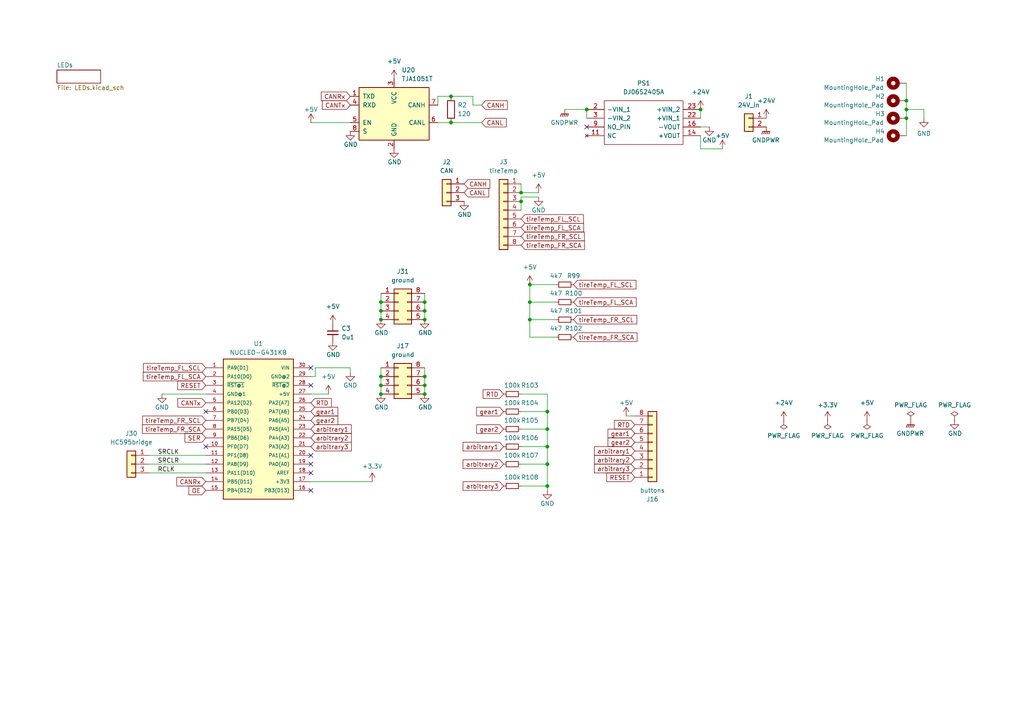
<source format=kicad_sch>
(kicad_sch (version 20230121) (generator eeschema)
  (paper "A4")
  (title_block (title "EP5 dashboard bottom board") (date "2024-01-01") (rev "1") (company "NTURacing") (comment 1 "郭哲明") (comment 2 "electrical group"))
  (lib_symbols
    (symbol "Connector_Generic:Conn_01x02" (pin_names (offset 1.016) hide)
      (property "Reference" "J" (at 0 2.54 0))
      (property "Value" "Conn_01x02" (at 0 -5.08 0))
      (symbol "Conn_01x02_1_1"
        (rectangle (start -1.27 -2.413) (end 0 -2.667) (stroke (width 0.1524)))
        (rectangle (start -1.27 0.127) (end 0 -0.127) (stroke (width 0.1524)))
        (rectangle (start -1.27 1.27) (end 1.27 -3.81) (stroke (width 0.254)) (fill (type background)))
        (pin passive line (at -5.08 0 0) (length 3.81) (name "Pin_1") (number "1"))
        (pin passive line (at -5.08 -2.54 0) (length 3.81) (name "Pin_2") (number "2"))
      )
    )
    (symbol "Connector_Generic:Conn_01x03" (pin_names (offset 1.016) hide)
      (property "Reference" "J" (at 0 5.08 0))
      (property "Value" "Conn_01x03" (at 0 -5.08 0))
      (symbol "Conn_01x03_1_1"
        (rectangle (start -1.27 -2.413) (end 0 -2.667) (stroke (width 0.1524)))
        (rectangle (start -1.27 0.127) (end 0 -0.127) (stroke (width 0.1524)))
        (rectangle (start -1.27 2.667) (end 0 2.413) (stroke (width 0.1524)))
        (rectangle (start -1.27 3.81) (end 1.27 -3.81) (stroke (width 0.254)) (fill (type background)))
        (pin passive line (at -5.08 2.54 0) (length 3.81) (name "Pin_1") (number "1"))
        (pin passive line (at -5.08 0 0) (length 3.81) (name "Pin_2") (number "2"))
        (pin passive line (at -5.08 -2.54 0) (length 3.81) (name "Pin_3") (number "3"))
      )
    )
    (symbol "Connector_Generic:Conn_01x08" (pin_names (offset 1.016) hide)
      (property "Reference" "J" (at 0 10.16 0))
      (property "Value" "Conn_01x08" (at 0 -12.7 0))
      (symbol "Conn_01x08_1_1"
        (rectangle (start -1.27 -10.033) (end 0 -10.287) (stroke (width 0.1524)))
        (rectangle (start -1.27 -7.493) (end 0 -7.747) (stroke (width 0.1524)))
        (rectangle (start -1.27 -4.953) (end 0 -5.207) (stroke (width 0.1524)))
        (rectangle (start -1.27 -2.413) (end 0 -2.667) (stroke (width 0.1524)))
        (rectangle (start -1.27 0.127) (end 0 -0.127) (stroke (width 0.1524)))
        (rectangle (start -1.27 2.667) (end 0 2.413) (stroke (width 0.1524)))
        (rectangle (start -1.27 5.207) (end 0 4.953) (stroke (width 0.1524)))
        (rectangle (start -1.27 7.747) (end 0 7.493) (stroke (width 0.1524)))
        (rectangle (start -1.27 8.89) (end 1.27 -11.43) (stroke (width 0.254)) (fill (type background)))
        (pin passive line (at -5.08 7.62 0) (length 3.81) (name "Pin_1") (number "1"))
        (pin passive line (at -5.08 5.08 0) (length 3.81) (name "Pin_2") (number "2"))
        (pin passive line (at -5.08 2.54 0) (length 3.81) (name "Pin_3") (number "3"))
        (pin passive line (at -5.08 0 0) (length 3.81) (name "Pin_4") (number "4"))
        (pin passive line (at -5.08 -2.54 0) (length 3.81) (name "Pin_5") (number "5"))
        (pin passive line (at -5.08 -5.08 0) (length 3.81) (name "Pin_6") (number "6"))
        (pin passive line (at -5.08 -7.62 0) (length 3.81) (name "Pin_7") (number "7"))
        (pin passive line (at -5.08 -10.16 0) (length 3.81) (name "Pin_8") (number "8"))
      )
    )
    (symbol "Connector_Generic:Conn_02x04_Counter_Clockwise" (pin_names (offset 1.016) hide)
      (property "Reference" "J" (at 1.27 5.08 0))
      (property "Value" "Conn_02x04_Counter_Clockwise" (at 1.27 -7.62 0))
      (symbol "Conn_02x04_Counter_Clockwise_1_1"
        (rectangle (start -1.27 -4.953) (end 0 -5.207) (stroke (width 0.1524)))
        (rectangle (start -1.27 -2.413) (end 0 -2.667) (stroke (width 0.1524)))
        (rectangle (start -1.27 0.127) (end 0 -0.127) (stroke (width 0.1524)))
        (rectangle (start -1.27 2.667) (end 0 2.413) (stroke (width 0.1524)))
        (rectangle (start -1.27 3.81) (end 3.81 -6.35) (stroke (width 0.254)) (fill (type background)))
        (rectangle (start 3.81 -4.953) (end 2.54 -5.207) (stroke (width 0.1524)))
        (rectangle (start 3.81 -2.413) (end 2.54 -2.667) (stroke (width 0.1524)))
        (rectangle (start 3.81 0.127) (end 2.54 -0.127) (stroke (width 0.1524)))
        (rectangle (start 3.81 2.667) (end 2.54 2.413) (stroke (width 0.1524)))
        (pin passive line (at -5.08 2.54 0) (length 3.81) (name "Pin_1") (number "1"))
        (pin passive line (at -5.08 0 0) (length 3.81) (name "Pin_2") (number "2"))
        (pin passive line (at -5.08 -2.54 0) (length 3.81) (name "Pin_3") (number "3"))
        (pin passive line (at -5.08 -5.08 0) (length 3.81) (name "Pin_4") (number "4"))
        (pin passive line (at 7.62 -5.08 180) (length 3.81) (name "Pin_5") (number "5"))
        (pin passive line (at 7.62 -2.54 180) (length 3.81) (name "Pin_6") (number "6"))
        (pin passive line (at 7.62 0 180) (length 3.81) (name "Pin_7") (number "7"))
        (pin passive line (at 7.62 2.54 180) (length 3.81) (name "Pin_8") (number "8"))
      )
    )
    (symbol "Device:C_Small" (pin_numbers hide) (pin_names (offset 0.254) hide)
      (property "Reference" "C" (at 0.254 1.778 0))
      (property "Value" "C_Small" (at 0.254 -2.032 0))
      (symbol "C_Small_0_1"
        (polyline (pts (xy -1.524 -0.508) (xy 1.524 -0.508)) (stroke (width 0.3302)))
        (polyline (pts (xy -1.524 0.508) (xy 1.524 0.508)) (stroke (width 0.3048)))
      )
      (symbol "C_Small_1_1"
        (pin passive line (at 0 2.54 270) (length 2.032) (name "~") (number "1"))
        (pin passive line (at 0 -2.54 90) (length 2.032) (name "~") (number "2"))
      )
    )
    (symbol "Device:R" (pin_numbers hide) (pin_names (offset 0))
      (property "Reference" "R" (at 2.032 0 90))
      (property "Value" "R" (at 0 0 90))
      (symbol "R_0_1"
        (rectangle (start -1.016 -2.54) (end 1.016 2.54) (stroke (width 0.254)))
      )
      (symbol "R_1_1"
        (pin passive line (at 0 3.81 270) (length 1.27) (name "~") (number "1"))
        (pin passive line (at 0 -3.81 90) (length 1.27) (name "~") (number "2"))
      )
    )
    (symbol "Device:R_Small" (pin_numbers hide) (pin_names (offset 0.254) hide)
      (property "Reference" "R" (at 0.762 0.508 0))
      (property "Value" "R_Small" (at 0.762 -1.016 0))
      (symbol "R_Small_0_1"
        (rectangle (start -0.762 1.778) (end 0.762 -1.778) (stroke (width 0.2032)))
      )
      (symbol "R_Small_1_1"
        (pin passive line (at 0 2.54 270) (length 0.762) (name "~") (number "1"))
        (pin passive line (at 0 -2.54 90) (length 0.762) (name "~") (number "2"))
      )
    )
    (symbol "Interface_CAN_LIN:TJA1051T-E" (pin_names (offset 1.016))
      (property "Reference" "U" (at -10.16 8.89 0))
      (property "Value" "TJA1051T-E" (at 1.27 8.89 0))
      (symbol "TJA1051T-E_0_1"
        (rectangle (start -10.16 7.62) (end 10.16 -7.62) (stroke (width 0.254)) (fill (type background)))
      )
      (symbol "TJA1051T-E_1_1"
        (pin input line (at -12.7 5.08 0) (length 2.54) (name "TXD") (number "1"))
        (pin power_in line (at 0 -10.16 90) (length 2.54) (name "GND") (number "2"))
        (pin power_in line (at 0 10.16 270) (length 2.54) (name "VCC") (number "3"))
        (pin output line (at -12.7 2.54 0) (length 2.54) (name "RXD") (number "4"))
        (pin input line (at -12.7 -2.54 0) (length 2.54) (name "EN") (number "5"))
        (pin bidirectional line (at 12.7 -2.54 180) (length 2.54) (name "CANL") (number "6"))
        (pin bidirectional line (at 12.7 2.54 180) (length 2.54) (name "CANH") (number "7"))
        (pin input line (at -12.7 -5.08 0) (length 2.54) (name "S") (number "8"))
      )
    )
    (symbol "Mechanical:MountingHole_Pad" (pin_numbers hide) (pin_names (offset 1.016) hide)
      (property "Reference" "H" (at 0 6.35 0))
      (property "Value" "MountingHole_Pad" (at 0 4.445 0))
      (symbol "MountingHole_Pad_0_1"
        (circle (center 0 1.27) (radius 1.27) (stroke (width 1.27)))
      )
      (symbol "MountingHole_Pad_1_1"
        (pin input line (at 0 -2.54 90) (length 2.54) (name "1") (number "1"))
      )
    )
    (symbol "SamacSys_Parts:DJ06S4805A" (pin_names (offset 0.762))
      (property "Reference" "PS" (at 29.21 7.62 0))
      (property "Value" "DJ06S4805A" (at 29.21 5.08 0))
      (symbol "DJ06S4805A_0_0"
        (pin no_connect line (at 0 -7.62 0) (length 5.08) (name "NC") (number "11"))
        (pin passive line (at 33.02 -7.62 180) (length 5.08) (name "+VOUT") (number "14"))
        (pin passive line (at 33.02 -5.08 180) (length 5.08) (name "-VOUT") (number "16"))
        (pin passive line (at 0 0 0) (length 5.08) (name "-VIN_1") (number "2"))
        (pin passive line (at 33.02 -2.54 180) (length 5.08) (name "+VIN_1") (number "22"))
        (pin passive line (at 33.02 0 180) (length 5.08) (name "+VIN_2") (number "23"))
        (pin passive line (at 0 -2.54 0) (length 5.08) (name "-VIN_2") (number "3"))
        (pin passive line (at 0 -5.08 0) (length 5.08) (name "NO_PIN") (number "9"))
      )
      (symbol "DJ06S4805A_0_1"
        (polyline (pts (xy 5.08 2.54) (xy 27.94 2.54) (xy 27.94 -10.16) (xy 5.08 -10.16) (xy 5.08 2.54)) (stroke (width 0.1524)))
      )
    )
    (symbol "nturt_kicad_lib:NUCLEO-G431KB" (pin_names (offset 1.016))
      (property "Reference" "U" (at -10.16 21.59 0))
      (property "Value" "NUCLEO-G431KB" (at -2.54 21.59 0))
      (symbol "NUCLEO-G431KB_0_0"
        (rectangle (start -10.16 20.32) (end 10.16 -20.32) (stroke (width 0.254)) (fill (type background)))
        (pin bidirectional line (at -15.24 17.78 0) (length 5.08) (name "PA9(D1)") (number "1"))
        (pin bidirectional line (at -15.24 -5.08 0) (length 5.08) (name "PF0(D7)") (number "10"))
        (pin bidirectional line (at -15.24 -7.62 0) (length 5.08) (name "PF1(D8)") (number "11"))
        (pin bidirectional line (at -15.24 -10.16 0) (length 5.08) (name "PA8(D9)") (number "12"))
        (pin bidirectional line (at -15.24 -12.7 0) (length 5.08) (name "PA11(D10)") (number "13"))
        (pin bidirectional line (at -15.24 -15.24 0) (length 5.08) (name "PB5(D11)") (number "14"))
        (pin bidirectional line (at -15.24 -17.78 0) (length 5.08) (name "PB4(D12)") (number "15"))
        (pin bidirectional line (at 15.24 -17.78 180) (length 5.08) (name "PB3(D13)") (number "16"))
        (pin passive line (at 15.24 -15.24 180) (length 5.08) (name "+3V3") (number "17"))
        (pin passive line (at 15.24 -12.7 180) (length 5.08) (name "AREF") (number "18"))
        (pin bidirectional line (at 15.24 -10.16 180) (length 5.08) (name "PA0(A0)") (number "19"))
        (pin bidirectional line (at -15.24 15.24 0) (length 5.08) (name "PA10(D0)") (number "2"))
        (pin bidirectional line (at 15.24 -7.62 180) (length 5.08) (name "PA1(A1)") (number "20"))
        (pin bidirectional line (at 15.24 -5.08 180) (length 5.08) (name "PA3(A2)") (number "21"))
        (pin bidirectional line (at 15.24 -2.54 180) (length 5.08) (name "PA4(A3)") (number "22"))
        (pin bidirectional line (at 15.24 0 180) (length 5.08) (name "PA5(A4)") (number "23"))
        (pin bidirectional line (at 15.24 2.54 180) (length 5.08) (name "PA6(A5)") (number "24"))
        (pin bidirectional line (at 15.24 5.08 180) (length 5.08) (name "PA7(A6)") (number "25"))
        (pin bidirectional line (at 15.24 7.62 180) (length 5.08) (name "PA2(A7)") (number "26"))
        (pin passive line (at 15.24 10.16 180) (length 5.08) (name "+5V") (number "27"))
        (pin bidirectional line (at 15.24 12.7 180) (length 5.08) (name "~{RST@2}") (number "28"))
        (pin passive line (at 15.24 15.24 180) (length 5.08) (name "GND@2") (number "29"))
        (pin bidirectional line (at -15.24 12.7 0) (length 5.08) (name "~{RST@1}") (number "3"))
        (pin passive line (at 15.24 17.78 180) (length 5.08) (name "VIN") (number "30"))
        (pin passive line (at -15.24 10.16 0) (length 5.08) (name "GND@1") (number "4"))
        (pin bidirectional line (at -15.24 7.62 0) (length 5.08) (name "PA12(D2)") (number "5"))
        (pin bidirectional line (at -15.24 5.08 0) (length 5.08) (name "PB0(D3)") (number "6"))
        (pin bidirectional line (at -15.24 2.54 0) (length 5.08) (name "PB7(D4)") (number "7"))
        (pin bidirectional line (at -15.24 0 0) (length 5.08) (name "PA15(D5)") (number "8"))
        (pin bidirectional line (at -15.24 -2.54 0) (length 5.08) (name "PB6(D6)") (number "9"))
      )
    )
    (symbol "power:+24V" (power) (pin_names (offset 0))
      (property "Value" "+24V" (at 0 3.556 0))
      (symbol "+24V_0_1"
        (polyline (pts (xy -0.762 1.27) (xy 0 2.54)))
        (polyline (pts (xy 0 0) (xy 0 2.54)))
        (polyline (pts (xy 0 2.54) (xy 0.762 1.27)))
      )
      (symbol "+24V_1_1"
        (pin power_in line (at 0 0 90) (length 0) hide (name "+24V") (number "1"))
      )
    )
    (symbol "power:+3.3V" (power) (pin_names (offset 0))
      (property "Value" "+3.3V" (at 0 3.556 0))
      (symbol "+3.3V_0_1"
        (polyline (pts (xy -0.762 1.27) (xy 0 2.54)))
        (polyline (pts (xy 0 0) (xy 0 2.54)))
        (polyline (pts (xy 0 2.54) (xy 0.762 1.27)))
      )
      (symbol "+3.3V_1_1"
        (pin power_in line (at 0 0 90) (length 0) hide (name "+3.3V") (number "1"))
      )
    )
    (symbol "power:+5V" (power) (pin_names (offset 0))
      (property "Value" "+5V" (at 0 3.556 0))
      (symbol "+5V_0_1"
        (polyline (pts (xy -0.762 1.27) (xy 0 2.54)))
        (polyline (pts (xy 0 0) (xy 0 2.54)))
        (polyline (pts (xy 0 2.54) (xy 0.762 1.27)))
      )
      (symbol "+5V_1_1"
        (pin power_in line (at 0 0 90) (length 0) hide (name "+5V") (number "1"))
      )
    )
    (symbol "power:GND" (power) (pin_names (offset 0))
      (property "Value" "GND" (at 0 -3.81 0))
      (symbol "GND_0_1"
        (polyline (pts (xy 0 0) (xy 0 -1.27) (xy 1.27 -1.27) (xy 0 -2.54) (xy -1.27 -1.27) (xy 0 -1.27)))
      )
      (symbol "GND_1_1"
        (pin power_in line (at 0 0 270) (length 0) hide (name "GND") (number "1"))
      )
    )
    (symbol "power:GNDPWR" (power) (pin_names (offset 0))
      (property "Value" "GNDPWR" (at 0 -3.302 0))
      (symbol "GNDPWR_0_1"
        (polyline (pts (xy 0 -1.27) (xy 0 0)))
        (polyline (pts (xy -1.016 -1.27) (xy -1.27 -2.032) (xy -1.27 -2.032)) (stroke (width 0.2032)))
        (polyline (pts (xy -0.508 -1.27) (xy -0.762 -2.032) (xy -0.762 -2.032)) (stroke (width 0.2032)))
        (polyline (pts (xy 0 -1.27) (xy -0.254 -2.032) (xy -0.254 -2.032)) (stroke (width 0.2032)))
        (polyline (pts (xy 0.508 -1.27) (xy 0.254 -2.032) (xy 0.254 -2.032)) (stroke (width 0.2032)))
        (polyline (pts (xy 1.016 -1.27) (xy -1.016 -1.27) (xy -1.016 -1.27)) (stroke (width 0.2032)))
        (polyline (pts (xy 1.016 -1.27) (xy 0.762 -2.032) (xy 0.762 -2.032) (xy 0.762 -2.032)) (stroke (width 0.2032)))
      )
      (symbol "GNDPWR_1_1"
        (pin power_in line (at 0 0 270) (length 0) hide (name "GNDPWR") (number "1"))
      )
    )
    (symbol "power:PWR_FLAG" (power) (pin_numbers hide) (pin_names (offset 0) hide)
      (property "Value" "PWR_FLAG" (at 0 3.81 0))
      (symbol "PWR_FLAG_0_0"
        (pin power_out line (at 0 0 90) (length 0) (name "pwr") (number "1"))
      )
      (symbol "PWR_FLAG_0_1"
        (polyline (pts (xy 0 0) (xy 0 1.27) (xy -1.016 1.905) (xy 0 2.54) (xy 1.016 1.905) (xy 0 1.27)))
      )
    )
  )
  (junction (at 130.81 35.56))
  (junction (at 153.67 87.63))
  (junction (at 123.19 92.71))
  (junction (at 151.13 55.88))
  (junction (at 170.18 31.75))
  (junction (at 153.67 92.71))
  (junction (at 158.75 134.62))
  (junction (at 123.19 111.76))
  (junction (at 110.49 109.22))
  (junction (at 123.19 109.22))
  (junction (at 110.49 90.17))
  (junction (at 110.49 87.63))
  (junction (at 110.49 92.71))
  (junction (at 262.89 29.21))
  (junction (at 262.89 34.29))
  (junction (at 203.2 31.75))
  (junction (at 123.19 87.63))
  (junction (at 123.19 90.17))
  (junction (at 110.49 114.3))
  (junction (at 158.75 124.46))
  (junction (at 153.67 82.55))
  (junction (at 158.75 119.38))
  (junction (at 130.81 27.94))
  (junction (at 262.89 31.75))
  (junction (at 110.49 111.76))
  (junction (at 123.19 114.3))
  (junction (at 151.13 58.42))
  (junction (at 158.75 140.97))
  (junction (at 158.75 129.54))
  (no_connect (at 90.17 142.24))
  (no_connect (at 59.69 129.54))
  (no_connect (at 90.17 137.16))
  (no_connect (at 90.17 111.76))
  (no_connect (at 170.18 36.83))
  (no_connect (at 90.17 132.08))
  (no_connect (at 90.17 106.68))
  (no_connect (at 59.69 119.38))
  (no_connect (at 90.17 134.62))
  (wire (pts (xy 130.81 27.94) (xy 137.16 27.94)))
  (wire (pts (xy 209.55 43.18) (xy 203.2 43.18)))
  (wire (pts (xy 123.19 109.22) (xy 123.19 111.76)))
  (wire (pts (xy 262.89 31.75) (xy 267.97 31.75)))
  (wire (pts (xy 130.81 35.56) (xy 139.7 35.56)))
  (wire (pts (xy 153.67 87.63) (xy 153.67 92.71)))
  (wire (pts (xy 203.2 31.75) (xy 203.2 34.29)))
  (wire (pts (xy 110.49 85.09) (xy 110.49 87.63)))
  (wire (pts (xy 151.13 119.38) (xy 158.75 119.38)))
  (wire (pts (xy 205.74 36.83) (xy 203.2 36.83)))
  (wire (pts (xy 151.13 140.97) (xy 158.75 140.97)))
  (wire (pts (xy 110.49 109.22) (xy 110.49 111.76)))
  (wire (pts (xy 262.89 24.13) (xy 262.89 29.21)))
  (wire (pts (xy 158.75 129.54) (xy 158.75 134.62)))
  (wire (pts (xy 110.49 87.63) (xy 110.49 90.17)))
  (wire (pts (xy 91.44 109.22) (xy 90.17 109.22)))
  (wire (pts (xy 156.21 57.15) (xy 151.13 57.15)))
  (wire (pts (xy 151.13 55.88) (xy 151.13 53.34)))
  (wire (pts (xy 262.89 31.75) (xy 262.89 34.29)))
  (wire (pts (xy 267.97 31.75) (xy 267.97 34.29)))
  (wire (pts (xy 158.75 114.3) (xy 158.75 119.38)))
  (wire (pts (xy 170.18 31.75) (xy 170.18 34.29)))
  (wire (pts (xy 123.19 87.63) (xy 123.19 90.17)))
  (wire (pts (xy 161.29 87.63) (xy 153.67 87.63)))
  (wire (pts (xy 127 35.56) (xy 130.81 35.56)))
  (wire (pts (xy 43.18 132.08) (xy 59.69 132.08)))
  (wire (pts (xy 181.61 120.65) (xy 184.15 120.65)))
  (wire (pts (xy 43.18 134.62) (xy 59.69 134.62)))
  (wire (pts (xy 158.75 142.24) (xy 158.75 140.97)))
  (wire (pts (xy 127 27.94) (xy 130.81 27.94)))
  (wire (pts (xy 46.99 114.3) (xy 59.69 114.3)))
  (wire (pts (xy 123.19 85.09) (xy 123.19 87.63)))
  (wire (pts (xy 163.83 31.75) (xy 170.18 31.75)))
  (wire (pts (xy 262.89 29.21) (xy 262.89 31.75)))
  (wire (pts (xy 137.16 30.48) (xy 139.7 30.48)))
  (wire (pts (xy 161.29 92.71) (xy 153.67 92.71)))
  (wire (pts (xy 151.13 57.15) (xy 151.13 58.42)))
  (wire (pts (xy 137.16 30.48) (xy 137.16 27.94)))
  (wire (pts (xy 151.13 124.46) (xy 158.75 124.46)))
  (wire (pts (xy 110.49 106.68) (xy 110.49 109.22)))
  (wire (pts (xy 158.75 140.97) (xy 158.75 134.62)))
  (wire (pts (xy 156.21 55.88) (xy 151.13 55.88)))
  (wire (pts (xy 262.89 34.29) (xy 262.89 39.37)))
  (wire (pts (xy 123.19 92.71) (xy 123.19 90.17)))
  (wire (pts (xy 110.49 92.71) (xy 110.49 90.17)))
  (wire (pts (xy 158.75 124.46) (xy 158.75 129.54)))
  (wire (pts (xy 123.19 114.3) (xy 123.19 111.76)))
  (wire (pts (xy 203.2 43.18) (xy 203.2 39.37)))
  (wire (pts (xy 127 27.94) (xy 127 30.48)))
  (wire (pts (xy 43.18 137.16) (xy 59.69 137.16)))
  (wire (pts (xy 95.25 114.3) (xy 90.17 114.3)))
  (wire (pts (xy 91.44 106.68) (xy 91.44 109.22)))
  (wire (pts (xy 101.6 106.68) (xy 101.6 107.95)))
  (wire (pts (xy 158.75 119.38) (xy 158.75 124.46)))
  (wire (pts (xy 151.13 114.3) (xy 158.75 114.3)))
  (wire (pts (xy 151.13 134.62) (xy 158.75 134.62)))
  (wire (pts (xy 153.67 82.55) (xy 153.67 87.63)))
  (wire (pts (xy 90.17 35.56) (xy 101.6 35.56)))
  (wire (pts (xy 107.95 139.7) (xy 90.17 139.7)))
  (wire (pts (xy 151.13 129.54) (xy 158.75 129.54)))
  (wire (pts (xy 153.67 92.71) (xy 153.67 97.79)))
  (wire (pts (xy 123.19 106.68) (xy 123.19 109.22)))
  (wire (pts (xy 91.44 106.68) (xy 101.6 106.68)))
  (wire (pts (xy 161.29 97.79) (xy 153.67 97.79)))
  (wire (pts (xy 153.67 82.55) (xy 161.29 82.55)))
  (wire (pts (xy 110.49 114.3) (xy 110.49 111.76)))
  (wire (pts (xy 151.13 58.42) (xy 151.13 60.96)))
  (label "SRCLR" (at 45.72 134.62 0))
  (label "RCLK" (at 45.72 137.16 0))
  (label "SRCLK" (at 45.72 132.08 0))
  (global_label "CANRx" (shape input) (at 101.6 27.94 180) (property "Intersheetrefs" "${INTERSHEET_REFS}" (effects hide)))
  (global_label "arbitrary1" (shape input) (at 146.05 129.54 180) (property "Intersheetrefs" "${INTERSHEET_REFS}" (effects hide)))
  (global_label "RESET" (shape input) (at 59.69 111.76 180) (property "Intersheetrefs" "${INTERSHEET_REFS}" (effects hide)))
  (global_label "CANH" (shape input) (at 139.7 30.48 0) (property "Intersheetrefs" "${INTERSHEET_REFS}" (effects hide)))
  (global_label "RTD" (shape input) (at 184.15 123.19 180) (property "Intersheetrefs" "${INTERSHEET_REFS}" (effects hide)))
  (global_label "arbitrary1" (shape input) (at 184.15 130.81 180) (property "Intersheetrefs" "${INTERSHEET_REFS}" (effects hide)))
  (global_label "arbitrary2" (shape input) (at 184.15 133.35 180) (property "Intersheetrefs" "${INTERSHEET_REFS}" (effects hide)))
  (global_label "gear2" (shape input) (at 146.05 124.46 180) (property "Intersheetrefs" "${INTERSHEET_REFS}" (effects hide)))
  (global_label "CANTx" (shape input) (at 59.69 116.84 180) (property "Intersheetrefs" "${INTERSHEET_REFS}" (effects hide)))
  (global_label "gear1" (shape input) (at 90.17 119.38 0) (property "Intersheetrefs" "${INTERSHEET_REFS}" (effects hide)))
  (global_label "CANL" (shape input) (at 139.7 35.56 0) (property "Intersheetrefs" "${INTERSHEET_REFS}" (effects hide)))
  (global_label "arbitrary2" (shape input) (at 90.17 127 0) (property "Intersheetrefs" "${INTERSHEET_REFS}" (effects hide)))
  (global_label "gear2" (shape input) (at 184.15 128.27 180) (property "Intersheetrefs" "${INTERSHEET_REFS}" (effects hide)))
  (global_label "tireTemp_FR_SCA" (shape input) (at 151.13 71.12 0) (property "Intersheetrefs" "${INTERSHEET_REFS}" (effects hide)))
  (global_label "gear1" (shape input) (at 184.15 125.73 180) (property "Intersheetrefs" "${INTERSHEET_REFS}" (effects hide)))
  (global_label "SER" (shape input) (at 59.69 127 180) (property "Intersheetrefs" "${INTERSHEET_REFS}" (effects hide)))
  (global_label "tireTemp_FL_SCL" (shape input) (at 59.69 106.68 180) (property "Intersheetrefs" "${INTERSHEET_REFS}" (effects hide)))
  (global_label "gear1" (shape input) (at 146.05 119.38 180) (property "Intersheetrefs" "${INTERSHEET_REFS}" (effects hide)))
  (global_label "tireTemp_FL_SCL" (shape input) (at 166.37 82.55 0) (property "Intersheetrefs" "${INTERSHEET_REFS}" (effects hide)))
  (global_label "RTD" (shape input) (at 146.05 114.3 180) (property "Intersheetrefs" "${INTERSHEET_REFS}" (effects hide)))
  (global_label "CANTx" (shape input) (at 101.6 30.48 180) (property "Intersheetrefs" "${INTERSHEET_REFS}" (effects hide)))
  (global_label "tireTemp_FR_SCA" (shape input) (at 166.37 97.79 0) (property "Intersheetrefs" "${INTERSHEET_REFS}" (effects hide)))
  (global_label "RESET" (shape input) (at 184.15 138.43 180) (property "Intersheetrefs" "${INTERSHEET_REFS}" (effects hide)))
  (global_label "tireTemp_FR_SCL" (shape input) (at 59.69 121.92 180) (property "Intersheetrefs" "${INTERSHEET_REFS}" (effects hide)))
  (global_label "OE" (shape input) (at 59.69 142.24 180) (property "Intersheetrefs" "${INTERSHEET_REFS}" (effects hide)))
  (global_label "RTD" (shape input) (at 90.17 116.84 0) (property "Intersheetrefs" "${INTERSHEET_REFS}" (effects hide)))
  (global_label "arbitrary2" (shape input) (at 146.05 134.62 180) (property "Intersheetrefs" "${INTERSHEET_REFS}" (effects hide)))
  (global_label "tireTemp_FR_SCA" (shape input) (at 59.69 124.46 180) (property "Intersheetrefs" "${INTERSHEET_REFS}" (effects hide)))
  (global_label "tireTemp_FL_SCA" (shape input) (at 151.13 66.04 0) (property "Intersheetrefs" "${INTERSHEET_REFS}" (effects hide)))
  (global_label "arbitrary3" (shape input) (at 146.05 140.97 180) (property "Intersheetrefs" "${INTERSHEET_REFS}" (effects hide)))
  (global_label "tireTemp_FL_SCA" (shape input) (at 166.37 87.63 0) (property "Intersheetrefs" "${INTERSHEET_REFS}" (effects hide)))
  (global_label "arbitrary3" (shape input) (at 90.17 129.54 0) (property "Intersheetrefs" "${INTERSHEET_REFS}" (effects hide)))
  (global_label "tireTemp_FR_SCL" (shape input) (at 166.37 92.71 0) (property "Intersheetrefs" "${INTERSHEET_REFS}" (effects hide)))
  (global_label "CANL" (shape input) (at 134.62 55.88 0) (property "Intersheetrefs" "${INTERSHEET_REFS}" (effects hide)))
  (global_label "arbitrary1" (shape input) (at 90.17 124.46 0) (property "Intersheetrefs" "${INTERSHEET_REFS}" (effects hide)))
  (global_label "CANH" (shape input) (at 134.62 53.34 0) (property "Intersheetrefs" "${INTERSHEET_REFS}" (effects hide)))
  (global_label "tireTemp_FL_SCA" (shape input) (at 59.69 109.22 180) (property "Intersheetrefs" "${INTERSHEET_REFS}" (effects hide)))
  (global_label "arbitrary3" (shape input) (at 184.15 135.89 180) (property "Intersheetrefs" "${INTERSHEET_REFS}" (effects hide)))
  (global_label "CANRx" (shape input) (at 59.69 139.7 180) (property "Intersheetrefs" "${INTERSHEET_REFS}" (effects hide)))
  (global_label "tireTemp_FL_SCL" (shape input) (at 151.13 63.5 0) (property "Intersheetrefs" "${INTERSHEET_REFS}" (effects hide)))
  (global_label "tireTemp_FR_SCL" (shape input) (at 151.13 68.58 0) (property "Intersheetrefs" "${INTERSHEET_REFS}" (effects hide)))
  (global_label "gear2" (shape input) (at 90.17 121.92 0) (property "Intersheetrefs" "${INTERSHEET_REFS}" (effects hide)))
  (symbol (lib_id "power:GND") (at 123.19 92.71 0) (unit 1)
    (property "Reference" "#PWR056" (effects hide))
    (property "Value" "GND" (at 121.285 96.52 0) (effects (justify left)))
  )
  (symbol (lib_id "power:GND") (at 110.49 92.71 0) (unit 1)
    (property "Reference" "#PWR055" (effects hide))
    (property "Value" "GND" (at 108.585 96.52 0) (effects (justify left)))
  )
  (symbol (lib_id "power:+5V") (at 96.52 93.98 0) (unit 1)
    (property "Reference" "#PWR043" (effects hide))
    (property "Value" "+5V" (at 96.52 88.9 0))
  )
  (symbol (lib_id "power:+5V") (at 114.3 22.86 0) (unit 1)
    (property "Reference" "#PWR018" (effects hide))
    (property "Value" "+5V" (at 114.3 17.78 0))
  )
  (symbol (lib_id "power:PWR_FLAG") (at 240.03 121.92 180) (unit 1)
    (property "Reference" "#FLG02" (effects hide))
    (property "Value" "PWR_FLAG" (at 240.03 126.365 0))
  )
  (symbol (lib_id "power:GND") (at 123.19 114.3 0) (unit 1)
    (property "Reference" "#PWR052" (effects hide))
    (property "Value" "GND" (at 121.285 118.11 0) (effects (justify left)))
  )
  (symbol (lib_id "Connector_Generic:Conn_01x03") (at 129.54 55.88 0) (mirror y) (unit 1)
    (property "Reference" "J2" (at 129.54 46.99 0))
    (property "Value" "CAN" (at 129.54 49.53 0))
    (property "Footprint" "Connector_JST:JST_XH_S3B-XH-A-1_1x03_P2.50mm_Horizontal" (effects hide))
  )
  (symbol (lib_id "Device:R_Small") (at 163.83 97.79 90) (unit 1)
    (property "Reference" "R102" (at 166.37 95.25 90))
    (property "Value" "4k7" (at 161.29 95.25 90))
    (property "Footprint" "Resistor_SMD:R_0805_2012Metric" (effects hide))
  )
  (symbol (lib_id "power:+3.3V") (at 240.03 121.92 0) (unit 1)
    (property "Reference" "#PWR041" (effects hide))
    (property "Value" "+3.3V" (at 240.03 117.475 0))
  )
  (symbol (lib_id "power:+5V") (at 156.21 55.88 0) (unit 1)
    (property "Reference" "#PWR030" (effects hide))
    (property "Value" "+5V" (at 156.21 50.8 0))
  )
  (symbol (lib_id "Device:R_Small") (at 163.83 92.71 90) (unit 1)
    (property "Reference" "R101" (at 166.37 90.17 90))
    (property "Value" "4k7" (at 161.29 90.17 90))
    (property "Footprint" "Resistor_SMD:R_0805_2012Metric" (effects hide))
  )
  (symbol (lib_id "power:GND") (at 276.86 121.92 0) (unit 1)
    (property "Reference" "#PWR034" (effects hide))
    (property "Value" "GND" (at 274.955 125.73 0) (effects (justify left)))
  )
  (symbol (lib_id "power:GND") (at 101.6 107.95 0) (unit 1)
    (property "Reference" "#PWR037" (effects hide))
    (property "Value" "GND" (at 101.6 111.76 0))
  )
  (symbol (lib_id "power:GND") (at 158.75 142.24 0) (mirror y) (unit 1)
    (property "Reference" "#PWR024" (effects hide))
    (property "Value" "GND" (at 158.75 146.05 0))
  )
  (symbol (lib_id "power:GNDPWR") (at 222.25 36.83 0) (unit 1)
    (property "Reference" "#PWR04" (effects hide))
    (property "Value" "GNDPWR" (at 222.123 40.64 0))
  )
  (symbol (lib_id "power:GND") (at 156.21 57.15 0) (unit 1)
    (property "Reference" "#PWR031" (effects hide))
    (property "Value" "GND" (at 156.21 60.96 0))
  )
  (symbol (lib_id "Connector_Generic:Conn_01x08") (at 189.23 130.81 0) (mirror x) (unit 1)
    (property "Reference" "J16" (at 189.23 144.78 0))
    (property "Value" "buttons" (at 189.23 142.24 0))
    (property "Footprint" "Connector_JST:JST_XH_S8B-XH-A-1_1x08_P2.50mm_Horizontal" (effects hide))
  )
  (symbol (lib_id "power:GND") (at 134.62 58.42 0) (unit 1)
    (property "Reference" "#PWR036" (effects hide))
    (property "Value" "GND" (at 132.715 62.23 0) (effects (justify left)))
  )
  (symbol (lib_id "Mechanical:MountingHole_Pad") (at 260.35 24.13 90) (unit 1)
    (property "Reference" "H1" (at 255.27 22.86 90))
    (property "Value" "MountingHole_Pad" (at 247.65 25.4 90))
    (property "Footprint" "MountingHole:MountingHole_2.2mm_M2_DIN965_Pad_TopBottom" (effects hide))
  )
  (symbol (lib_id "Connector_Generic:Conn_02x04_Counter_Clockwise") (at 115.57 109.22 0) (unit 1)
    (property "Reference" "J17" (at 116.84 100.33 0))
    (property "Value" "ground" (at 116.84 102.87 0))
    (property "Footprint" "Connector_PinSocket_1.27mm:PinSocket_2x04_P1.27mm_Vertical" (effects hide))
  )
  (symbol (lib_id "power:+5V") (at 90.17 35.56 0) (unit 1)
    (property "Reference" "#PWR054" (effects hide))
    (property "Value" "+5V" (at 90.17 31.75 0))
  )
  (symbol (lib_id "Mechanical:MountingHole_Pad") (at 260.35 34.29 90) (unit 1)
    (property "Reference" "H3" (at 255.27 33.02 90))
    (property "Value" "MountingHole_Pad" (at 247.65 35.56 90))
    (property "Footprint" "MountingHole:MountingHole_2.2mm_M2_DIN965_Pad_TopBottom" (effects hide))
  )
  (symbol (lib_id "Device:R_Small") (at 148.59 140.97 90) (unit 1)
    (property "Reference" "R108" (at 153.67 138.43 90))
    (property "Value" "100k" (at 148.59 138.43 90))
    (property "Footprint" "Resistor_SMD:R_0805_2012Metric" (effects hide))
  )
  (symbol (lib_id "power:GND") (at 96.52 99.06 0) (unit 1)
    (property "Reference" "#PWR044" (effects hide))
    (property "Value" "GND" (at 94.615 102.87 0) (effects (justify left)))
  )
  (symbol (lib_id "Device:R_Small") (at 163.83 82.55 90) (unit 1)
    (property "Reference" "R99" (at 166.37 80.01 90))
    (property "Value" "4k7" (at 161.29 80.01 90))
    (property "Footprint" "Resistor_SMD:R_0805_2012Metric" (effects hide))
  )
  (symbol (lib_id "power:GNDPWR") (at 264.16 121.92 0) (unit 1)
    (property "Reference" "#PWR032" (effects hide))
    (property "Value" "GNDPWR" (at 264.033 125.73 0))
  )
  (symbol (lib_id "Connector_Generic:Conn_02x04_Counter_Clockwise") (at 115.57 87.63 0) (unit 1)
    (property "Reference" "J31" (at 116.84 78.74 0))
    (property "Value" "ground" (at 116.84 81.28 0))
    (property "Footprint" "Connector_PinSocket_1.27mm:PinSocket_2x04_P1.27mm_Vertical" (effects hide))
  )
  (symbol (lib_id "power:+5V") (at 181.61 120.65 0) (unit 1)
    (property "Reference" "#PWR023" (effects hide))
    (property "Value" "+5V" (at 181.61 116.84 0))
  )
  (symbol (lib_id "power:GND") (at 267.97 34.29 0) (unit 1)
    (property "Reference" "#PWR045" (effects hide))
    (property "Value" "GND" (at 267.97 38.735 0))
  )
  (symbol (lib_id "power:GND") (at 114.3 43.18 0) (unit 1)
    (property "Reference" "#PWR017" (effects hide))
    (property "Value" "GND" (at 112.395 46.99 0) (effects (justify left)))
  )
  (symbol (lib_id "Device:R_Small") (at 148.59 124.46 90) (unit 1)
    (property "Reference" "R105" (at 153.67 121.92 90))
    (property "Value" "100k" (at 148.59 121.92 90))
    (property "Footprint" "Resistor_SMD:R_0805_2012Metric" (effects hide))
  )
  (symbol (lib_id "Device:C_Small") (at 96.52 96.52 0) (unit 1)
    (property "Reference" "C3" (at 99.06 95.2563 0) (effects (justify left)))
    (property "Value" "0u1" (at 99.06 97.7963 0) (effects (justify left)))
    (property "Footprint" "Capacitor_SMD:C_0805_2012Metric_Pad1.18x1.45mm_HandSolder" (effects hide))
  )
  (symbol (lib_id "power:GND") (at 205.74 36.83 0) (unit 1)
    (property "Reference" "#PWR05" (effects hide))
    (property "Value" "GND" (at 205.74 40.64 0))
  )
  (symbol (lib_id "power:GNDPWR") (at 163.83 31.75 0) (unit 1)
    (property "Reference" "#PWR07" (effects hide))
    (property "Value" "GNDPWR" (at 163.703 35.56 0))
  )
  (symbol (lib_id "power:+24V") (at 203.2 31.75 0) (unit 1)
    (property "Reference" "#PWR06" (effects hide))
    (property "Value" "+24V" (at 203.2 26.67 0))
  )
  (symbol (lib_id "Device:R_Small") (at 148.59 134.62 90) (unit 1)
    (property "Reference" "R107" (at 153.67 132.08 90))
    (property "Value" "100k" (at 148.59 132.08 90))
    (property "Footprint" "Resistor_SMD:R_0805_2012Metric" (effects hide))
  )
  (symbol (lib_id "Interface_CAN_LIN:TJA1051T-E") (at 114.3 33.02 0) (unit 1)
    (property "Reference" "U20" (at 116.4941 20.32 0) (effects (justify left)))
    (property "Value" "TJA1051T" (at 116.4941 22.86 0) (effects (justify left)))
    (property "Footprint" "Package_SO:SOIC-8_3.9x4.9mm_P1.27mm" (effects hide))
    (property "Datasheet" "http://www.nxp.com/docs/en/data-sheet/TJA1051.pdf" (effects hide))
  )
  (symbol (lib_id "Mechanical:MountingHole_Pad") (at 260.35 39.37 90) (unit 1)
    (property "Reference" "H4" (at 255.27 38.1 90))
    (property "Value" "MountingHole_Pad" (at 247.65 40.64 90))
    (property "Footprint" "MountingHole:MountingHole_2.2mm_M2_DIN965_Pad_TopBottom" (effects hide))
  )
  (symbol (lib_id "power:+3.3V") (at 107.95 139.7 0) (unit 1)
    (property "Reference" "#PWR039" (effects hide))
    (property "Value" "+3.3V" (at 107.95 135.255 0))
  )
  (symbol (lib_id "power:GND") (at 101.6 38.1 0) (unit 1)
    (property "Reference" "#PWR053" (effects hide))
    (property "Value" "GND" (at 99.695 41.91 0) (effects (justify left)))
  )
  (symbol (lib_id "power:PWR_FLAG") (at 251.46 121.92 180) (unit 1)
    (property "Reference" "#FLG03" (effects hide))
    (property "Value" "PWR_FLAG" (at 251.46 126.365 0))
  )
  (symbol (lib_id "Connector_Generic:Conn_01x03") (at 38.1 134.62 0) (mirror y) (unit 1)
    (property "Reference" "J30" (at 38.1 125.73 0))
    (property "Value" "HC595bridge" (at 38.1 128.27 0))
    (property "Footprint" "Connector_PinSocket_1.27mm:PinSocket_1x03_P1.27mm_Vertical" (effects hide))
  )
  (symbol (lib_id "power:+24V") (at 227.33 121.92 0) (unit 1)
    (property "Reference" "#PWR035" (effects hide))
    (property "Value" "+24V" (at 227.33 116.84 0))
  )
  (symbol (lib_id "power:+5V") (at 209.55 43.18 0) (unit 1)
    (property "Reference" "#PWR040" (effects hide))
    (property "Value" "+5V" (at 209.55 39.37 0))
  )
  (symbol (lib_id "SamacSys_Parts:DJ06S4805A") (at 170.18 31.75 0) (unit 1)
    (property "Reference" "PS1" (at 186.69 24.13 0))
    (property "Value" "DJ06S2405A" (at 186.69 26.67 0))
    (property "Footprint" "SamacSys_Parts:DJ06S4805A" (effects hide))
    (property "Datasheet" "https://www.mouser.tw/datasheet/2/632/DS_DJ06S_D-3106372.pdf" (effects hide))
    (property "Description" "Isolated DC/DC Converters DC/DC Converter, 5Vout, 6W" (effects hide))
    (property "Height" "10.45" (effects hide))
    (property "Mouser Part Number" "108-DJ06S4805A" (effects hide))
    (property "Mouser Price/Stock" "https://www.mouser.com/Search/Refine.aspx?Keyword=108-DJ06S4805A" (effects hide))
    (property "Manufacturer_Name" "Delta Electronics" (effects hide))
    (property "Manufacturer_Part_Number" "DJ06S4805A" (effects hide))
  )
  (symbol (lib_id "power:PWR_FLAG") (at 264.16 121.92 0) (mirror y) (unit 1)
    (property "Reference" "#FLG01" (effects hide))
    (property "Value" "PWR_FLAG" (at 264.16 117.475 0))
  )
  (symbol (lib_id "Device:R_Small") (at 148.59 119.38 90) (unit 1)
    (property "Reference" "R104" (at 153.67 116.84 90))
    (property "Value" "100k" (at 148.59 116.84 90))
    (property "Footprint" "Resistor_SMD:R_0805_2012Metric" (effects hide))
  )
  (symbol (lib_id "power:GND") (at 110.49 114.3 0) (unit 1)
    (property "Reference" "#PWR011" (effects hide))
    (property "Value" "GND" (at 108.585 118.11 0) (effects (justify left)))
  )
  (symbol (lib_id "Device:R_Small") (at 148.59 114.3 90) (unit 1)
    (property "Reference" "R103" (at 153.67 111.76 90))
    (property "Value" "100k" (at 148.59 111.76 90))
    (property "Footprint" "Resistor_SMD:R_0805_2012Metric" (effects hide))
  )
  (symbol (lib_id "power:PWR_FLAG") (at 276.86 121.92 0) (mirror y) (unit 1)
    (property "Reference" "#FLG04" (effects hide))
    (property "Value" "PWR_FLAG" (at 276.86 117.475 0))
  )
  (symbol (lib_id "Mechanical:MountingHole_Pad") (at 260.35 29.21 90) (unit 1)
    (property "Reference" "H2" (at 255.27 27.94 90))
    (property "Value" "MountingHole_Pad" (at 247.65 30.48 90))
    (property "Footprint" "MountingHole:MountingHole_2.2mm_M2_DIN965_Pad_TopBottom" (effects hide))
  )
  (symbol (lib_id "power:GND") (at 46.99 114.3 0) (unit 1)
    (property "Reference" "#PWR038" (effects hide))
    (property "Value" "GND" (at 46.99 118.11 0))
  )
  (symbol (lib_id "nturt_kicad_lib:NUCLEO-G431KB") (at 74.93 124.46 0) (unit 1)
    (property "Reference" "U1" (at 74.93 99.695 0))
    (property "Value" "NUCLEO-G431KB" (at 74.93 102.235 0))
    (property "Footprint" "nturt_kicad_lib:NUCLEO-G431KB" (effects hide))
    (property "MANUFACTURER_NAME" "STMicroelectronics" (effects hide))
    (property "RS_PRICE-STOCK" "http://uk.rs-online.com/web/p/products/9092862" (effects hide))
    (property "DESCRIPTION" "STM32 Nucleo-32 development board" (effects hide))
    (property "RS_PART_NUMBER" "9092862" (effects hide))
    (property "HEIGHT" "15mm" (effects hide))
    (property "ARROW_PRICE-STOCK" "https://www.arrow.com/en/products/nucleo-f303k8/stmicroelectronics" (effects hide))
    (property "ARROW_PART_NUMBER" "NUCLEO-F303K8" (effects hide))
    (property "MANUFACTURER_PART_NUMBER" "NUCLEO-F303K8" (effects hide))
  )
  (symbol (lib_id "power:+5V") (at 251.46 121.92 0) (unit 1)
    (property "Reference" "#PWR033" (effects hide))
    (property "Value" "+5V" (at 251.46 116.84 0))
  )
  (symbol (lib_id "Connector_Generic:Conn_01x02") (at 217.17 34.29 0) (mirror y) (unit 1)
    (property "Reference" "J1" (at 217.17 27.94 0))
    (property "Value" "24V_in" (at 217.17 30.48 0))
    (property "Footprint" "Connector_JST:JST_XH_S2B-XH-A-1_1x02_P2.50mm_Horizontal" (effects hide))
  )
  (symbol (lib_id "Device:R_Small") (at 148.59 129.54 90) (unit 1)
    (property "Reference" "R106" (at 153.67 127 90))
    (property "Value" "100k" (at 148.59 127 90))
    (property "Footprint" "Resistor_SMD:R_0805_2012Metric" (effects hide))
  )
  (symbol (lib_id "Connector_Generic:Conn_01x08") (at 146.05 60.96 0) (mirror y) (unit 1)
    (property "Reference" "J3" (at 146.05 46.99 0))
    (property "Value" "tireTemp" (at 146.05 49.53 0))
    (property "Footprint" "Connector_JST:JST_XH_S8B-XH-A-1_1x08_P2.50mm_Horizontal" (effects hide))
  )
  (symbol (lib_id "Device:R") (at 130.81 31.75 180) (unit 1)
    (property "Reference" "R2" (at 132.715 30.48 0) (effects (justify right)))
    (property "Value" "120" (at 132.715 33.02 0) (effects (justify right)))
    (property "Footprint" "Resistor_SMD:R_0805_2012Metric" (effects hide))
  )
  (symbol (lib_id "power:+24V") (at 222.25 34.29 0) (unit 1)
    (property "Reference" "#PWR02" (effects hide))
    (property "Value" "+24V" (at 222.25 29.21 0))
  )
  (symbol (lib_id "power:PWR_FLAG") (at 227.33 121.92 180) (unit 1)
    (property "Reference" "#FLG05" (effects hide))
    (property "Value" "PWR_FLAG" (at 227.33 126.365 0))
  )
  (symbol (lib_id "power:+5V") (at 95.25 114.3 0) (unit 1)
    (property "Reference" "#PWR03" (effects hide))
    (property "Value" "+5V" (at 95.25 109.22 0))
  )
  (symbol (lib_id "Device:R_Small") (at 163.83 87.63 90) (unit 1)
    (property "Reference" "R100" (at 166.37 85.09 90))
    (property "Value" "4k7" (at 161.29 85.09 90))
    (property "Footprint" "Resistor_SMD:R_0805_2012Metric" (effects hide))
  )
  (symbol (lib_id "power:+5V") (at 153.67 82.55 0) (unit 1)
    (property "Reference" "#PWR012" (effects hide))
    (property "Value" "+5V" (at 153.67 77.47 0))
  )
  (sheet (at 16.51 20.32) (size 12.7 3.81) (stroke (width 0.1524))
    (property "Sheetname" "LEDs" (at 16.51 19.6084 0) (effects (justify left bottom)))
    (property "Sheetfile" "LEDs.kicad_sch" (at 16.51 24.7146 0) (effects (justify left top)))
  )
)
</source>
